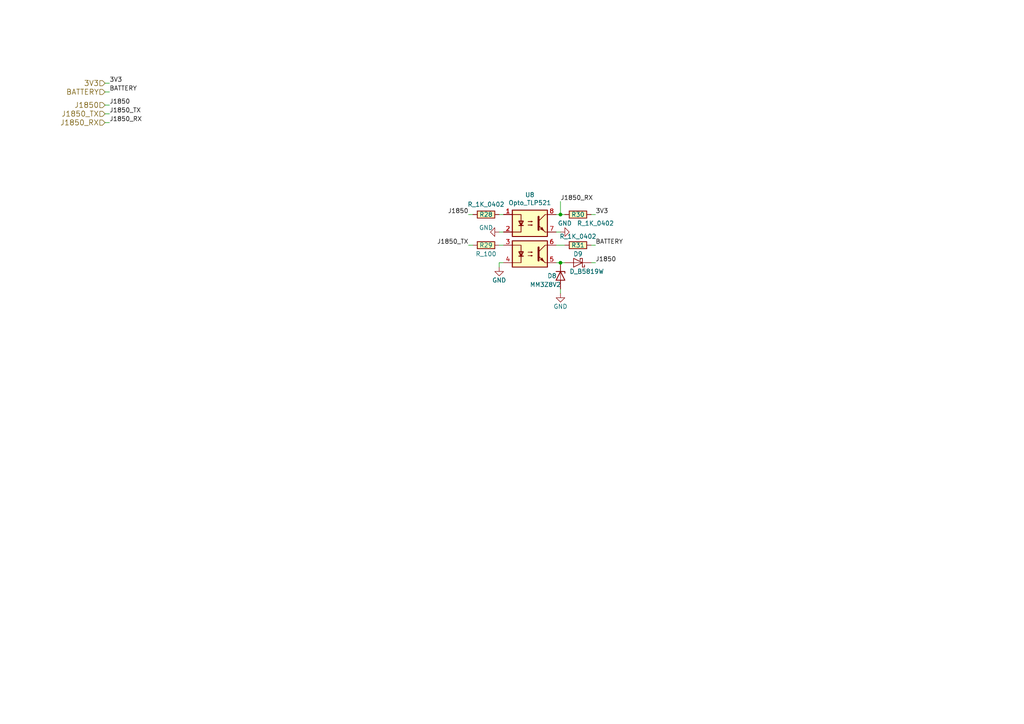
<source format=kicad_sch>
(kicad_sch (version 20211123) (generator eeschema)
  (paper "A4")
  (lib_symbols
    (symbol "Open_Automation:D_B5819W" (pin_numbers hide) (pin_names (offset 1.016) hide)
      (property "Reference" "D" (at 0 2.54 0))
      (property "Value" "Open_Automation_D_B5819W" (at 0 -2.54 0))
      (symbol "D_B5819W_0_1"
        (polyline (pts (xy 1.27 0) (xy -1.27 0)))
        (polyline (pts (xy 1.27 1.27) (xy 1.27 -1.27) (xy -1.27 0) (xy 1.27 1.27)) (stroke (width 0.2032)))
        (polyline (pts (xy -1.905 0.635) (xy -1.905 1.27) (xy -1.27 1.27) (xy -1.27 -1.27) (xy -0.635 -1.27) (xy -0.635 -0.635)) (stroke (width 0.2032)))
      )
      (symbol "D_B5819W_1_1"
        (pin passive line (at -3.81 0 0) (length 2.54) (name "K") (number "1"))
        (pin passive line (at 3.81 0 180) (length 2.54) (name "A") (number "2"))
      )
    )
    (symbol "Open_Automation:MM3Z8V2" (pin_numbers hide) (pin_names (offset 1.016) hide)
      (property "Reference" "D" (at 0 2.54 0))
      (property "Value" "Open_Automation_MM3Z8V2" (at 0 -2.54 0))
      (symbol "MM3Z8V2_0_1"
        (polyline (pts (xy 1.27 0) (xy -1.27 0)))
        (polyline (pts (xy -1.27 -1.27) (xy -1.27 1.27) (xy -0.762 1.27)) (stroke (width 0.254)))
        (polyline (pts (xy 1.27 -1.27) (xy 1.27 1.27) (xy -1.27 0) (xy 1.27 -1.27)) (stroke (width 0.254)))
      )
      (symbol "MM3Z8V2_1_1"
        (pin passive line (at -3.81 0 0) (length 2.54) (name "K") (number "1"))
        (pin passive line (at 3.81 0 180) (length 2.54) (name "A") (number "2"))
      )
    )
    (symbol "Open_Automation:Opto_TLP521" (pin_names (offset 1.016))
      (property "Reference" "U" (at 0 -11.43 0))
      (property "Value" "Open_Automation_Opto_TLP521" (at 0 -8.89 0))
      (symbol "Opto_TLP521_1_1"
        (rectangle (start -5.08 0) (end 5.08 -7.62) (stroke (width 0.254)) (fill (type background)))
        (rectangle (start -5.08 0) (end 5.08 -7.62) (stroke (width 0.254)) (fill (type background)))
        (rectangle (start -5.08 8.89) (end 5.08 1.27) (stroke (width 0.254)) (fill (type background)))
        (rectangle (start -5.08 8.89) (end 5.08 1.27) (stroke (width 0.254)) (fill (type background)))
        (polyline (pts (xy -3.175 -4.445) (xy -1.905 -4.445)) (stroke (width 0.254)))
        (polyline (pts (xy -3.175 -4.445) (xy -1.905 -4.445)) (stroke (width 0.254)))
        (polyline (pts (xy -3.175 4.445) (xy -1.905 4.445)) (stroke (width 0.254)))
        (polyline (pts (xy -3.175 4.445) (xy -1.905 4.445)) (stroke (width 0.254)))
        (polyline (pts (xy 2.54 -3.175) (xy 4.445 -1.27)))
        (polyline (pts (xy 2.54 -3.175) (xy 4.445 -1.27)))
        (polyline (pts (xy 2.54 5.715) (xy 4.445 7.62)))
        (polyline (pts (xy 2.54 5.715) (xy 4.445 7.62)))
        (polyline (pts (xy 4.445 -6.35) (xy 2.54 -4.445)) (fill (type outline)))
        (polyline (pts (xy 4.445 -6.35) (xy 2.54 -4.445)) (fill (type outline)))
        (polyline (pts (xy 4.445 -6.35) (xy 5.08 -6.35)))
        (polyline (pts (xy 4.445 -1.27) (xy 5.08 -1.27)))
        (polyline (pts (xy 4.445 2.54) (xy 2.54 4.445)) (fill (type outline)))
        (polyline (pts (xy 4.445 2.54) (xy 2.54 4.445)) (fill (type outline)))
        (polyline (pts (xy 4.445 2.54) (xy 5.08 2.54)))
        (polyline (pts (xy 4.445 7.62) (xy 5.08 7.62)))
        (polyline (pts (xy -5.08 -1.27) (xy -2.54 -1.27) (xy -2.54 -4.572)))
        (polyline (pts (xy -5.08 -1.27) (xy -2.54 -1.27) (xy -2.54 -4.572)))
        (polyline (pts (xy -5.08 7.62) (xy -2.54 7.62) (xy -2.54 4.318)))
        (polyline (pts (xy -5.08 7.62) (xy -2.54 7.62) (xy -2.54 4.318)))
        (polyline (pts (xy -2.54 -4.445) (xy -2.54 -6.35) (xy -5.08 -6.35)))
        (polyline (pts (xy -2.54 -4.445) (xy -2.54 -6.35) (xy -5.08 -6.35)))
        (polyline (pts (xy -2.54 4.445) (xy -2.54 2.54) (xy -5.08 2.54)))
        (polyline (pts (xy -2.54 4.445) (xy -2.54 2.54) (xy -5.08 2.54)))
        (polyline (pts (xy 2.54 -1.905) (xy 2.54 -5.715) (xy 2.54 -5.715)) (stroke (width 0.508)))
        (polyline (pts (xy 2.54 -1.905) (xy 2.54 -5.715) (xy 2.54 -5.715)) (stroke (width 0.508)))
        (polyline (pts (xy 2.54 6.985) (xy 2.54 3.175) (xy 2.54 3.175)) (stroke (width 0.508)))
        (polyline (pts (xy 2.54 6.985) (xy 2.54 3.175) (xy 2.54 3.175)) (stroke (width 0.508)))
        (polyline (pts (xy -2.54 -4.445) (xy -3.175 -3.175) (xy -1.905 -3.175) (xy -2.54 -4.445)) (stroke (width 0.254)))
        (polyline (pts (xy -2.54 -4.445) (xy -3.175 -3.175) (xy -1.905 -3.175) (xy -2.54 -4.445)) (stroke (width 0.254)))
        (polyline (pts (xy -2.54 4.445) (xy -3.175 5.715) (xy -1.905 5.715) (xy -2.54 4.445)) (stroke (width 0.254)))
        (polyline (pts (xy -2.54 4.445) (xy -3.175 5.715) (xy -1.905 5.715) (xy -2.54 4.445)) (stroke (width 0.254)))
        (polyline (pts (xy -0.508 -4.318) (xy 0.762 -4.318) (xy 0.381 -4.445) (xy 0.381 -4.191) (xy 0.762 -4.318)))
        (polyline (pts (xy -0.508 -4.318) (xy 0.762 -4.318) (xy 0.381 -4.445) (xy 0.381 -4.191) (xy 0.762 -4.318)))
        (polyline (pts (xy -0.508 -3.302) (xy 0.762 -3.302) (xy 0.381 -3.429) (xy 0.381 -3.175) (xy 0.762 -3.302)))
        (polyline (pts (xy -0.508 -3.302) (xy 0.762 -3.302) (xy 0.381 -3.429) (xy 0.381 -3.175) (xy 0.762 -3.302)))
        (polyline (pts (xy -0.508 4.572) (xy 0.762 4.572) (xy 0.381 4.445) (xy 0.381 4.699) (xy 0.762 4.572)))
        (polyline (pts (xy -0.508 4.572) (xy 0.762 4.572) (xy 0.381 4.445) (xy 0.381 4.699) (xy 0.762 4.572)))
        (polyline (pts (xy -0.508 5.588) (xy 0.762 5.588) (xy 0.381 5.461) (xy 0.381 5.715) (xy 0.762 5.588)))
        (polyline (pts (xy -0.508 5.588) (xy 0.762 5.588) (xy 0.381 5.461) (xy 0.381 5.715) (xy 0.762 5.588)))
        (polyline (pts (xy 3.048 -5.461) (xy 3.556 -4.953) (xy 4.064 -5.969) (xy 3.048 -5.461) (xy 3.048 -5.461)) (fill (type outline)))
        (polyline (pts (xy 3.048 3.429) (xy 3.556 3.937) (xy 4.064 2.921) (xy 3.048 3.429) (xy 3.048 3.429)) (fill (type outline)))
        (pin passive line (at -7.62 7.62 0) (length 2.54) (name "~") (number "1"))
        (pin passive line (at -7.62 7.62 0) (length 2.54) (name "~") (number "1"))
        (pin passive line (at -7.62 2.54 0) (length 2.54) (name "~") (number "2"))
        (pin passive line (at -7.62 2.54 0) (length 2.54) (name "~") (number "2"))
        (pin passive line (at -7.62 -1.27 0) (length 2.54) (name "~") (number "3"))
        (pin passive line (at -7.62 -6.35 0) (length 2.54) (name "~") (number "4"))
        (pin passive line (at 7.62 -6.35 180) (length 2.54) (name "~") (number "5"))
        (pin passive line (at 7.62 -1.27 180) (length 2.54) (name "~") (number "6"))
        (pin passive line (at 7.62 2.54 180) (length 2.54) (name "~") (number "7"))
        (pin passive line (at 7.62 7.62 180) (length 2.54) (name "~") (number "8"))
      )
    )
    (symbol "Open_Automation:R_100" (pin_numbers hide) (pin_names (offset 0))
      (property "Reference" "R" (at 0 0 90))
      (property "Value" "Open_Automation_R_100" (at -1.905 0 90))
      (symbol "R_100_0_1"
        (rectangle (start -1.016 -2.54) (end 1.016 2.54) (stroke (width 0.254)) (fill (type background)))
      )
      (symbol "R_100_1_1"
        (pin passive line (at 0 -3.81 90) (length 1.27) (name "~") (number "1"))
        (pin passive line (at 0 3.81 270) (length 1.27) (name "~") (number "2"))
      )
    )
    (symbol "Open_Automation:R_1K_0402" (pin_numbers hide) (pin_names (offset 0))
      (property "Reference" "R" (at 0 0 90))
      (property "Value" "Open_Automation_R_1K_0402" (at -1.905 0 90))
      (symbol "R_1K_0402_0_1"
        (rectangle (start -1.016 -2.54) (end 1.016 2.54) (stroke (width 0.254)) (fill (type background)))
      )
      (symbol "R_1K_0402_1_1"
        (pin passive line (at 0 3.81 270) (length 1.27) (name "~") (number "1"))
        (pin passive line (at 0 -3.81 90) (length 1.27) (name "~") (number "2"))
      )
    )
    (symbol "open-dash-daughterboard-rescue:GND-open-automation" (power) (pin_names (offset 0))
      (property "Value" "open-dash-daughterboard-rescue_GND-open-automation" (at 0 -3.81 0))
      (symbol "GND-open-automation_0_1"
        (polyline (pts (xy 0 0) (xy 0 -1.27) (xy 1.27 -1.27) (xy 0 -2.54) (xy -1.27 -1.27) (xy 0 -1.27)))
      )
      (symbol "GND-open-automation_1_1"
        (pin power_in line (at 0 0 270) (length 0) hide (name "GND") (number "1"))
      )
    )
    (symbol "open-dash-daughterboard-rescue:GND-power" (power) (pin_names (offset 0))
      (property "Value" "open-dash-daughterboard-rescue_GND-power" (at 0 -3.81 0))
      (symbol "GND-power_0_1"
        (polyline (pts (xy 0 0) (xy 0 -1.27) (xy 1.27 -1.27) (xy 0 -2.54) (xy -1.27 -1.27) (xy 0 -1.27)))
      )
      (symbol "GND-power_1_1"
        (pin power_in line (at 0 0 270) (length 0) hide (name "GND") (number "1"))
      )
    )
  )
  (junction (at 162.56 76.2))
  (junction (at 162.56 62.23))
  (wire (pts (xy 31.75 30.48) (xy 30.48 30.48)))
  (wire (pts (xy 31.75 24.13) (xy 30.48 24.13)))
  (wire (pts (xy 135.89 71.12) (xy 137.16 71.12)))
  (wire (pts (xy 146.05 62.23) (xy 144.78 62.23)))
  (wire (pts (xy 144.78 67.31) (xy 146.05 67.31)))
  (wire (pts (xy 146.05 71.12) (xy 144.78 71.12)))
  (wire (pts (xy 31.75 26.67) (xy 30.48 26.67)))
  (wire (pts (xy 31.75 35.56) (xy 30.48 35.56)))
  (wire (pts (xy 162.56 58.42) (xy 162.56 62.23)))
  (wire (pts (xy 162.56 76.2) (xy 163.83 76.2)))
  (wire (pts (xy 161.29 76.2) (xy 162.56 76.2)))
  (wire (pts (xy 161.29 71.12) (xy 163.83 71.12)))
  (wire (pts (xy 162.56 62.23) (xy 163.83 62.23)))
  (wire (pts (xy 135.89 62.23) (xy 137.16 62.23)))
  (wire (pts (xy 144.78 76.2) (xy 146.05 76.2)))
  (wire (pts (xy 162.56 85.09) (xy 162.56 83.82)))
  (wire (pts (xy 172.72 62.23) (xy 171.45 62.23)))
  (wire (pts (xy 172.72 71.12) (xy 171.45 71.12)))
  (wire (pts (xy 161.29 62.23) (xy 162.56 62.23)))
  (wire (pts (xy 144.78 77.47) (xy 144.78 76.2)))
  (wire (pts (xy 172.72 76.2) (xy 171.45 76.2)))
  (wire (pts (xy 161.29 67.31) (xy 162.56 67.31)))
  (wire (pts (xy 31.75 33.02) (xy 30.48 33.02)))
  (label "3V3" (at 172.72 62.23 0))
  (label "J1850" (at 135.89 62.23 180))
  (label "J1850_RX" (at 162.56 58.42 0))
  (label "J1850_RX" (at 31.75 35.56 0))
  (label "3V3" (at 31.75 24.13 0))
  (label "J1850_TX" (at 31.75 33.02 0))
  (label "BATTERY" (at 172.72 71.12 0))
  (label "BATTERY" (at 31.75 26.67 0))
  (label "J1850" (at 172.72 76.2 0))
  (label "J1850" (at 31.75 30.48 0))
  (label "J1850_TX" (at 135.89 71.12 180))
  (hierarchical_label "BATTERY" (shape input) (at 30.48 26.67 180) (effects (font (size 1.524 1.524))))
  (hierarchical_label "J1850" (shape input) (at 30.48 30.48 180) (effects (font (size 1.524 1.524))))
  (hierarchical_label "J1850_TX" (shape input) (at 30.48 33.02 180) (effects (font (size 1.524 1.524))))
  (hierarchical_label "J1850_RX" (shape input) (at 30.48 35.56 180) (effects (font (size 1.524 1.524))))
  (hierarchical_label "3V3" (shape input) (at 30.48 24.13 180) (effects (font (size 1.524 1.524))))
  (symbol (lib_id "open-dash-daughterboard-rescue:GND-open-automation") (at 144.78 67.31 270)
    (property "Reference" "#PWR068" (effects hide))
    (property "Value" "GND" (at 140.97 66.04 90))
  )
  (symbol (lib_id "open-dash-daughterboard-rescue:GND-open-automation") (at 144.78 77.47 0)
    (property "Reference" "#PWR069" (effects hide))
    (property "Value" "GND" (at 144.78 81.28 0))
  )
  (symbol (lib_id "open-dash-daughterboard-rescue:GND-open-automation") (at 162.56 67.31 90)
    (property "Reference" "#PWR070" (effects hide))
    (property "Value" "GND" (at 163.83 64.77 90))
  )
  (symbol (lib_id "open-dash-daughterboard-rescue:GND-power") (at 162.56 85.09 0)
    (property "Reference" "#PWR071" (effects hide))
    (property "Value" "GND" (at 162.56 88.9 0))
  )
  (symbol (lib_id "Open_Automation:Opto_TLP521") (at 153.67 69.85 0)
    (property "Reference" "U8" (at 153.67 56.515 0))
    (property "Value" "Opto_TLP521" (at 153.67 58.8264 0))
    (property "Footprint" "Package_DIP:SMDIP-8_W9.53mm" (effects hide))
    (property "Datasheet" "https://datasheet.lcsc.com/szlcsc/2009251934_Isocom-Components-TLP521-2SMT-R_C722233.pdf" (effects hide))
    (property "Part Number" "TLP521-2SMT&R" (effects hide))
    (property "LCSC" "C722233" (effects hide))
  )
  (symbol (lib_id "Open_Automation:R_100") (at 140.97 71.12 270) (unit 1)
    (property "Reference" "R29" (at 140.97 71.12 90))
    (property "Value" "R_100" (at 140.97 73.66 90))
    (property "Footprint" "Resistor_SMD:R_0402_1005Metric_Pad0.72x0.64mm_HandSolder" (effects hide))
    (property "Datasheet" "https://datasheet.lcsc.com/szlcsc/Uniroyal-Elec-0402WGF1000TCE_C25076.pdf" (effects hide))
    (property "Part Number" "0402WGF1000TCE" (effects hide))
    (property "LCSC" "C25076" (effects hide))
  )
  (symbol (lib_id "Open_Automation:R_1K_0402") (at 140.97 62.23 270) (unit 1)
    (property "Reference" "R28" (at 140.97 62.23 90))
    (property "Value" "R_1K_0402" (at 140.97 59.2836 90))
    (property "Footprint" "Resistor_SMD:R_0402_1005Metric_Pad0.72x0.64mm_HandSolder" (effects hide))
    (property "Datasheet" "https://www.digikey.com/product-detail/en/panasonic-electronic-components/ERJ-3GEYJ102V/P1.0KGDKR-ND/577615" (effects hide))
    (property "Part Number" "0402WGF1001TCE" (effects hide))
    (property "LCSC" "C11702" (effects hide))
  )
  (symbol (lib_id "Open_Automation:R_1K_0402") (at 167.64 62.23 270) (unit 1)
    (property "Reference" "R30" (at 167.64 62.23 90))
    (property "Value" "R_1K_0402" (at 172.72 64.77 90))
    (property "Footprint" "Resistor_SMD:R_0402_1005Metric_Pad0.72x0.64mm_HandSolder" (effects hide))
    (property "Datasheet" "https://www.digikey.com/product-detail/en/panasonic-electronic-components/ERJ-3GEYJ102V/P1.0KGDKR-ND/577615" (effects hide))
    (property "Part Number" "0402WGF1001TCE" (effects hide))
    (property "LCSC" "C11702" (effects hide))
  )
  (symbol (lib_id "Open_Automation:R_1K_0402") (at 167.64 71.12 270) (unit 1)
    (property "Reference" "R31" (at 167.64 71.12 90))
    (property "Value" "R_1K_0402" (at 167.64 68.58 90))
    (property "Footprint" "Resistor_SMD:R_0402_1005Metric_Pad0.72x0.64mm_HandSolder" (effects hide))
    (property "Datasheet" "https://www.digikey.com/product-detail/en/panasonic-electronic-components/ERJ-3GEYJ102V/P1.0KGDKR-ND/577615" (effects hide))
    (property "Part Number" "0402WGF1001TCE" (effects hide))
    (property "LCSC" "C11702" (effects hide))
  )
  (symbol (lib_id "Open_Automation:MM3Z8V2") (at 162.56 80.01 270) (unit 1)
    (property "Reference" "D8" (at 158.75 80.01 90) (effects (justify left)))
    (property "Value" "MM3Z8V2" (at 153.67 82.55 90) (effects (justify left)))
    (property "Footprint" "Diode_SMD:D_SOD-323" (effects hide))
    (property "Datasheet" "https://datasheet.lcsc.com/lcsc/1809211234_Shikues-MM3Z8V2_C216751.pdf" (effects hide))
    (property "Part Number" "MM3Z8V2T1G" (effects hide))
    (property "Website" "https://jlcpcb.com/parts/componentSearch?searchTxt=LTV-827S" (effects hide))
    (property "LCSC" "C216751" (effects hide))
  )
  (symbol (lib_id "Open_Automation:D_B5819W") (at 167.64 76.2 180) (unit 1)
    (property "Reference" "D9" (at 167.64 73.66 0))
    (property "Value" "D_B5819W" (at 170.18 78.74 0))
    (property "Footprint" "Diode_SMD:D_SOD-123" (effects hide))
    (property "Datasheet" "https://datasheet.lcsc.com/lcsc/1809140216_Changjiang-Electronics-Tech--CJ-B5819W-SL_C8598.pdf" (effects hide))
    (property "Part Number" "B5819W SL" (effects hide))
    (property "LCSC" "C8598" (effects hide))
  )
)
</source>
